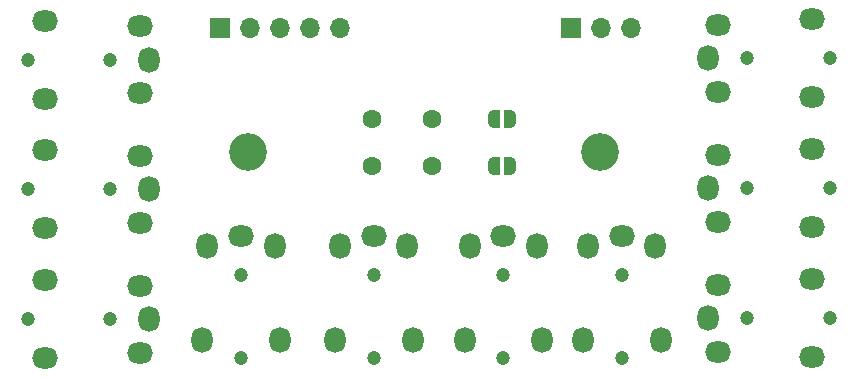
<source format=gbr>
%TF.GenerationSoftware,KiCad,Pcbnew,(6.0.5)*%
%TF.CreationDate,2022-05-17T14:08:41+02:00*%
%TF.ProjectId,i2c_bus_magslide,6932635f-6275-4735-9f6d-6167736c6964,rev?*%
%TF.SameCoordinates,Original*%
%TF.FileFunction,Soldermask,Top*%
%TF.FilePolarity,Negative*%
%FSLAX46Y46*%
G04 Gerber Fmt 4.6, Leading zero omitted, Abs format (unit mm)*
G04 Created by KiCad (PCBNEW (6.0.5)) date 2022-05-17 14:08:41*
%MOMM*%
%LPD*%
G01*
G04 APERTURE LIST*
G04 Aperture macros list*
%AMFreePoly0*
4,1,22,0.500000,-0.750000,0.000000,-0.750000,0.000000,-0.745033,-0.079941,-0.743568,-0.215256,-0.701293,-0.333266,-0.622738,-0.424486,-0.514219,-0.481581,-0.384460,-0.499164,-0.250000,-0.500000,-0.250000,-0.500000,0.250000,-0.499164,0.250000,-0.499963,0.256109,-0.478152,0.396186,-0.417904,0.524511,-0.324060,0.630769,-0.204165,0.706417,-0.067858,0.745374,0.000000,0.744959,0.000000,0.750000,
0.500000,0.750000,0.500000,-0.750000,0.500000,-0.750000,$1*%
%AMFreePoly1*
4,1,20,0.000000,0.744959,0.073905,0.744508,0.209726,0.703889,0.328688,0.626782,0.421226,0.519385,0.479903,0.390333,0.500000,0.250000,0.500000,-0.250000,0.499851,-0.262216,0.476331,-0.402017,0.414519,-0.529596,0.319384,-0.634700,0.198574,-0.708877,0.061801,-0.746166,0.000000,-0.745033,0.000000,-0.750000,-0.500000,-0.750000,-0.500000,0.750000,0.000000,0.750000,0.000000,0.744959,
0.000000,0.744959,$1*%
G04 Aperture macros list end*
%ADD10C,3.200000*%
%ADD11C,1.600000*%
%ADD12FreePoly0,180.000000*%
%ADD13FreePoly1,180.000000*%
%ADD14R,1.700000X1.700000*%
%ADD15O,1.700000X1.700000*%
%ADD16C,1.200000*%
%ADD17O,2.200000X1.800000*%
%ADD18O,1.800000X2.200000*%
G04 APERTURE END LIST*
D10*
%TO.C,H2*%
X155700000Y-75500000D03*
%TD*%
%TO.C,H1*%
X185500000Y-75500000D03*
%TD*%
D11*
%TO.C,R2*%
X166200000Y-76700000D03*
X171280000Y-76700000D03*
%TD*%
%TO.C,R1*%
X171280000Y-72700000D03*
X166200000Y-72700000D03*
%TD*%
D12*
%TO.C,JP2*%
X177850000Y-76700000D03*
D13*
X176550000Y-76700000D03*
%TD*%
D12*
%TO.C,JP1*%
X177850000Y-72700000D03*
D13*
X176550000Y-72700000D03*
%TD*%
D14*
%TO.C,J12*%
X183000000Y-65000000D03*
D15*
X185540000Y-65000000D03*
X188080000Y-65000000D03*
%TD*%
D14*
%TO.C,J11*%
X153300000Y-65000000D03*
D15*
X155840000Y-65000000D03*
X158380000Y-65000000D03*
X160920000Y-65000000D03*
X163460000Y-65000000D03*
%TD*%
D16*
%TO.C,J10*%
X144025000Y-78700000D03*
X137025000Y-78700000D03*
D17*
X138525000Y-82000000D03*
X146525000Y-75850000D03*
D18*
X147325000Y-78700000D03*
D17*
X146525000Y-81550000D03*
X138525000Y-75400000D03*
%TD*%
%TO.C,J9*%
X138525000Y-64400000D03*
X146525000Y-70550000D03*
D18*
X147325000Y-67700000D03*
D17*
X146525000Y-64850000D03*
X138525000Y-71000000D03*
D16*
X137025000Y-67700000D03*
X144025000Y-67700000D03*
%TD*%
%TO.C,J8*%
X155100000Y-85975000D03*
X155100000Y-92975000D03*
D18*
X158400000Y-91475000D03*
X152250000Y-83475000D03*
D17*
X155100000Y-82675000D03*
D18*
X157950000Y-83475000D03*
X151800000Y-91475000D03*
%TD*%
D16*
%TO.C,J7*%
X197975000Y-67600000D03*
X204975000Y-67600000D03*
D17*
X203475000Y-64300000D03*
X195475000Y-70450000D03*
D18*
X194675000Y-67600000D03*
D17*
X195475000Y-64750000D03*
X203475000Y-70900000D03*
%TD*%
%TO.C,J6*%
X138525000Y-86400000D03*
X146525000Y-92550000D03*
D18*
X147325000Y-89700000D03*
D17*
X146525000Y-86850000D03*
X138525000Y-93000000D03*
D16*
X137025000Y-89700000D03*
X144025000Y-89700000D03*
%TD*%
%TO.C,J5*%
X197975000Y-78600000D03*
X204975000Y-78600000D03*
D17*
X203475000Y-75300000D03*
X195475000Y-81450000D03*
D18*
X194675000Y-78600000D03*
D17*
X195475000Y-75750000D03*
X203475000Y-81900000D03*
%TD*%
D18*
%TO.C,J4*%
X174025000Y-91475000D03*
X180175000Y-83475000D03*
D17*
X177325000Y-82675000D03*
D18*
X174475000Y-83475000D03*
X180625000Y-91475000D03*
D16*
X177325000Y-92975000D03*
X177325000Y-85975000D03*
%TD*%
%TO.C,J3*%
X166325000Y-85975000D03*
X166325000Y-92975000D03*
D18*
X169625000Y-91475000D03*
X163475000Y-83475000D03*
D17*
X166325000Y-82675000D03*
D18*
X169175000Y-83475000D03*
X163025000Y-91475000D03*
%TD*%
D16*
%TO.C,J2*%
X197975000Y-89600000D03*
X204975000Y-89600000D03*
D17*
X203475000Y-86300000D03*
X195475000Y-92450000D03*
D18*
X194675000Y-89600000D03*
D17*
X195475000Y-86750000D03*
X203475000Y-92900000D03*
%TD*%
D16*
%TO.C,J1*%
X187325000Y-85975000D03*
X187325000Y-92975000D03*
D18*
X190625000Y-91475000D03*
X184475000Y-83475000D03*
D17*
X187325000Y-82675000D03*
D18*
X190175000Y-83475000D03*
X184025000Y-91475000D03*
%TD*%
M02*

</source>
